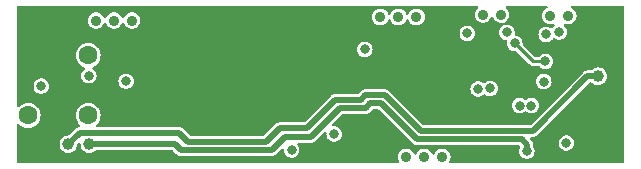
<source format=gbr>
%TF.GenerationSoftware,KiCad,Pcbnew,7.0.7*%
%TF.CreationDate,2024-08-01T01:42:33+03:00*%
%TF.ProjectId,_autosave-Main_PCB_002,5f617574-6f73-4617-9665-2d4d61696e5f,rev?*%
%TF.SameCoordinates,Original*%
%TF.FileFunction,Copper,L2,Inr*%
%TF.FilePolarity,Positive*%
%FSLAX46Y46*%
G04 Gerber Fmt 4.6, Leading zero omitted, Abs format (unit mm)*
G04 Created by KiCad (PCBNEW 7.0.7) date 2024-08-01 01:42:33*
%MOMM*%
%LPD*%
G01*
G04 APERTURE LIST*
%TA.AperFunction,ComponentPad*%
%ADD10C,0.900000*%
%TD*%
%TA.AperFunction,ComponentPad*%
%ADD11C,1.600000*%
%TD*%
%TA.AperFunction,ComponentPad*%
%ADD12C,2.200000*%
%TD*%
%TA.AperFunction,ComponentPad*%
%ADD13C,1.000000*%
%TD*%
%TA.AperFunction,ComponentPad*%
%ADD14C,0.499999*%
%TD*%
%TA.AperFunction,ViaPad*%
%ADD15C,0.800000*%
%TD*%
%TA.AperFunction,Conductor*%
%ADD16C,0.500000*%
%TD*%
%TA.AperFunction,Conductor*%
%ADD17C,0.250000*%
%TD*%
G04 APERTURE END LIST*
D10*
%TO.N,Net-(D11-Conn)*%
%TO.C,D27*%
X87325200Y-63855600D03*
%TD*%
D11*
%TO.N,Net-(D3-Conn)*%
%TO.C,D3*%
X60401200Y-60350400D03*
%TD*%
%TO.N,GND2*%
%TO.C,D19*%
X55321200Y-55270400D03*
%TD*%
D12*
%TO.N,GND2*%
%TO.C,D29*%
X55626000Y-63246000D03*
%TD*%
D10*
%TO.N,Net-(D12-Conn)*%
%TO.C,D12*%
X62585600Y-52324000D03*
%TD*%
D11*
%TO.N,Net-(D2-Conn)*%
%TO.C,D2*%
X60401200Y-55270400D03*
%TD*%
D12*
%TO.N,GND2*%
%TO.C,D30*%
X104394000Y-52578000D03*
%TD*%
D10*
%TO.N,GND2*%
%TO.C,D20*%
X89712800Y-52019200D03*
%TD*%
D13*
%TO.N,GND2*%
%TO.C,D18*%
X103581200Y-58674000D03*
%TD*%
D10*
%TO.N,Net-(D13-Conn)*%
%TO.C,D22*%
X88188800Y-52019200D03*
%TD*%
D11*
%TO.N,Net-(D1-Conn)*%
%TO.C,D1*%
X55321200Y-60350400D03*
%TD*%
D10*
%TO.N,Net-(D12-Conn)*%
%TO.C,D25*%
X88849200Y-63855600D03*
%TD*%
%TO.N,GND2*%
%TO.C,D21*%
X91897200Y-63855600D03*
%TD*%
%TO.N,GND2*%
%TO.C,D10*%
X97993200Y-51917600D03*
%TD*%
%TO.N,Net-(D7-Conn)*%
%TO.C,D7*%
X95351600Y-51816000D03*
%TD*%
%TO.N,Net-(D12-Conn)*%
%TO.C,D24*%
X86664800Y-52019200D03*
%TD*%
D13*
%TO.N,Net-(D16-Conn)*%
%TO.C,D17*%
X103581200Y-57048400D03*
%TD*%
D14*
%TO.N,GND2*%
%TO.C,U4*%
X81012599Y-57067600D03*
X82012600Y-55867600D03*
X82012600Y-57067600D03*
X82012600Y-58267600D03*
X83012601Y-57067600D03*
%TD*%
D10*
%TO.N,Net-(D13-Conn)*%
%TO.C,D23*%
X90373200Y-63855600D03*
%TD*%
%TO.N,Net-(D13-Conn)*%
%TO.C,D13*%
X61061600Y-52324000D03*
%TD*%
D13*
%TO.N,Net-(D16-Conn)*%
%TO.C,D16*%
X58724800Y-62788800D03*
%TD*%
D10*
%TO.N,Net-(D11-Conn)*%
%TO.C,D11*%
X64109600Y-52324000D03*
%TD*%
%TO.N,Net-(D8-Conn)*%
%TO.C,D8*%
X101041200Y-51917600D03*
%TD*%
D12*
%TO.N,GND2*%
%TO.C,D28*%
X55626000Y-52324000D03*
%TD*%
D14*
%TO.N,GND2*%
%TO.C,U3*%
X83539899Y-61385600D03*
X84539900Y-60185600D03*
X84539900Y-61385600D03*
X84539900Y-62585600D03*
X85539901Y-61385600D03*
%TD*%
D10*
%TO.N,Net-(D9-Conn)*%
%TO.C,D9*%
X99517200Y-51917600D03*
%TD*%
%TO.N,GND2*%
%TO.C,D14*%
X59563000Y-52349400D03*
%TD*%
%TO.N,Net-(D6-Conn)*%
%TO.C,D6*%
X93827600Y-51816000D03*
%TD*%
D12*
%TO.N,GND2*%
%TO.C,D31*%
X104394000Y-63246000D03*
%TD*%
D13*
%TO.N,Net-(D15-Conn)*%
%TO.C,D15*%
X60502800Y-62788800D03*
%TD*%
D10*
%TO.N,Net-(D11-Conn)*%
%TO.C,D26*%
X85140800Y-52019200D03*
%TD*%
D15*
%TO.N,Net-(U2-PA5)*%
X98971353Y-57486101D03*
X56426100Y-57873900D03*
%TO.N,GND2*%
X99629577Y-61401247D03*
X94192352Y-56031975D03*
X99656259Y-56637226D03*
X73609200Y-55930800D03*
X94661803Y-59513546D03*
X73609200Y-59080400D03*
X95910400Y-63385100D03*
X102362000Y-54203600D03*
X73609200Y-60096400D03*
X79095600Y-55626000D03*
X73660000Y-54762400D03*
X86614000Y-57150000D03*
X77384701Y-53457901D03*
X73609200Y-58013600D03*
X67056000Y-59436000D03*
X104241600Y-55422800D03*
X73609200Y-61163200D03*
X65278000Y-55118000D03*
X88290400Y-57759600D03*
X75666600Y-52247800D03*
%TO.N,Net-(D7-Conn)*%
X97924745Y-59514700D03*
%TO.N,Net-(D11-Conn)*%
X77622400Y-63296800D03*
%TO.N,Net-(D13-Conn)*%
X100888800Y-62687200D03*
%TO.N,Net-(D15-Conn)*%
X97536000Y-63385100D03*
%TO.N,Net-(D6-Conn)*%
X96925243Y-59514700D03*
%TO.N,Net-(U2-PB5)*%
X60452000Y-56997600D03*
X95855301Y-53315500D03*
%TO.N,Net-(U2-PB4)*%
X96520000Y-54254400D03*
X63601600Y-57454343D03*
X99110800Y-55778400D03*
%TO.N,Net-(U2-PA1)*%
X92494408Y-53397971D03*
X93421200Y-58115200D03*
%TO.N,Net-(U2-PA0)*%
X94437200Y-58064400D03*
X83820000Y-54762400D03*
%TO.N,Net-(D12-Conn)*%
X100279200Y-53289200D03*
%TO.N,Net-(U2-PB3)*%
X99161600Y-53492400D03*
X81229200Y-61925200D03*
X81229200Y-61925200D03*
%TD*%
D16*
%TO.N,Net-(D16-Conn)*%
X68087200Y-61838800D02*
X68834000Y-62585600D01*
X78943200Y-61417200D02*
X81330800Y-59029600D01*
X68834000Y-62585600D02*
X75488800Y-62585600D01*
X98044000Y-61671200D02*
X102666800Y-57048400D01*
X75488800Y-62585600D02*
X76657200Y-61417200D01*
X76657200Y-61417200D02*
X78943200Y-61417200D01*
X83859600Y-58634400D02*
X85507599Y-58634400D01*
X58724800Y-62788800D02*
X59674800Y-61838800D01*
X59674800Y-61838800D02*
X68087200Y-61838800D01*
X102666800Y-57048400D02*
X103581200Y-57048400D01*
X83464400Y-59029600D02*
X83859600Y-58634400D01*
X85507599Y-58634400D02*
X88544400Y-61671200D01*
X88544400Y-61671200D02*
X98044000Y-61671200D01*
X81330800Y-59029600D02*
X83464400Y-59029600D01*
%TO.N,Net-(D15-Conn)*%
X60502800Y-62788800D02*
X67767200Y-62788800D01*
X97536000Y-62890400D02*
X97536000Y-63385100D01*
X97586800Y-62839600D02*
X97536000Y-62890400D01*
X67767200Y-62788800D02*
X68264000Y-63285600D01*
X79248000Y-62179200D02*
X81697600Y-59729600D01*
X81697600Y-59729600D02*
X83882000Y-59729600D01*
X75946000Y-63285600D02*
X77052400Y-62179200D01*
X85217650Y-59334400D02*
X88265650Y-62382400D01*
X83882000Y-59729600D02*
X84277200Y-59334400D01*
X77052400Y-62179200D02*
X79248000Y-62179200D01*
X84277200Y-59334400D02*
X85217650Y-59334400D01*
X68264000Y-63285600D02*
X75946000Y-63285600D01*
X88265650Y-62382400D02*
X97129600Y-62382400D01*
X97129600Y-62382400D02*
X97586800Y-62839600D01*
D17*
%TO.N,Net-(U2-PB4)*%
X99110800Y-55778400D02*
X98044000Y-55778400D01*
X98044000Y-55778400D02*
X96520000Y-54254400D01*
%TD*%
%TA.AperFunction,Conductor*%
%TO.N,GND2*%
G36*
X93379899Y-51066185D02*
G01*
X93425654Y-51118989D01*
X93435598Y-51188147D01*
X93406573Y-51251703D01*
X93395094Y-51263308D01*
X93312065Y-51336866D01*
X93299416Y-51348072D01*
X93202782Y-51488068D01*
X93142460Y-51647125D01*
X93142459Y-51647130D01*
X93121955Y-51815999D01*
X93142459Y-51984869D01*
X93142460Y-51984874D01*
X93202782Y-52143931D01*
X93234253Y-52189524D01*
X93299417Y-52283929D01*
X93370758Y-52347131D01*
X93426750Y-52396736D01*
X93577373Y-52475789D01*
X93577375Y-52475790D01*
X93742544Y-52516500D01*
X93912656Y-52516500D01*
X94077825Y-52475790D01*
X94157292Y-52434081D01*
X94228449Y-52396736D01*
X94228450Y-52396734D01*
X94228452Y-52396734D01*
X94355783Y-52283929D01*
X94452418Y-52143930D01*
X94473658Y-52087923D01*
X94515835Y-52032221D01*
X94581433Y-52008163D01*
X94649623Y-52023390D01*
X94698757Y-52073065D01*
X94705542Y-52087924D01*
X94726781Y-52143928D01*
X94726782Y-52143931D01*
X94758253Y-52189524D01*
X94823417Y-52283929D01*
X94894758Y-52347131D01*
X94950750Y-52396736D01*
X95101373Y-52475789D01*
X95101375Y-52475790D01*
X95266544Y-52516500D01*
X95436655Y-52516500D01*
X95436656Y-52516500D01*
X95465607Y-52509364D01*
X95535409Y-52512433D01*
X95592471Y-52552753D01*
X95618676Y-52617522D01*
X95605705Y-52686177D01*
X95557675Y-52736920D01*
X95552909Y-52739557D01*
X95483062Y-52776216D01*
X95465328Y-52791927D01*
X95389970Y-52858688D01*
X95364817Y-52880971D01*
X95275082Y-53010975D01*
X95275081Y-53010976D01*
X95219063Y-53158681D01*
X95200023Y-53315499D01*
X95200023Y-53315500D01*
X95219063Y-53472318D01*
X95268966Y-53603900D01*
X95275081Y-53620023D01*
X95364818Y-53750030D01*
X95483061Y-53854783D01*
X95483063Y-53854784D01*
X95622935Y-53928196D01*
X95783598Y-53967795D01*
X95783198Y-53969415D01*
X95839027Y-53993443D01*
X95878084Y-54051376D01*
X95883000Y-54103864D01*
X95864722Y-54254399D01*
X95864722Y-54254400D01*
X95883762Y-54411218D01*
X95939779Y-54558923D01*
X95939780Y-54558923D01*
X96029517Y-54688930D01*
X96147760Y-54793683D01*
X96147762Y-54793684D01*
X96287634Y-54867096D01*
X96441014Y-54904900D01*
X96588101Y-54904900D01*
X96655140Y-54924585D01*
X96675782Y-54941219D01*
X97741849Y-56007286D01*
X97757977Y-56027145D01*
X97763916Y-56036236D01*
X97791932Y-56058041D01*
X97797693Y-56063130D01*
X97800482Y-56065919D01*
X97819483Y-56079485D01*
X97862810Y-56113209D01*
X97862811Y-56113209D01*
X97869722Y-56116949D01*
X97876800Y-56120410D01*
X97929405Y-56136070D01*
X97929405Y-56136071D01*
X97981340Y-56153900D01*
X97981342Y-56153900D01*
X97989079Y-56155191D01*
X97996909Y-56156167D01*
X97996911Y-56156168D01*
X97996912Y-56156167D01*
X97996913Y-56156168D01*
X98051755Y-56153900D01*
X98514492Y-56153900D01*
X98581531Y-56173585D01*
X98616542Y-56207461D01*
X98618963Y-56210969D01*
X98620315Y-56212928D01*
X98620317Y-56212930D01*
X98738560Y-56317683D01*
X98738562Y-56317684D01*
X98878434Y-56391096D01*
X99031814Y-56428900D01*
X99031815Y-56428900D01*
X99189785Y-56428900D01*
X99343165Y-56391096D01*
X99426991Y-56347100D01*
X99483040Y-56317683D01*
X99601283Y-56212930D01*
X99691020Y-56082923D01*
X99747037Y-55935218D01*
X99766078Y-55778400D01*
X99747037Y-55621582D01*
X99691020Y-55473877D01*
X99601283Y-55343870D01*
X99483040Y-55239117D01*
X99483038Y-55239116D01*
X99483037Y-55239115D01*
X99343165Y-55165703D01*
X99189786Y-55127900D01*
X99189785Y-55127900D01*
X99031815Y-55127900D01*
X99031814Y-55127900D01*
X98878434Y-55165703D01*
X98738562Y-55239115D01*
X98620316Y-55343870D01*
X98617889Y-55347387D01*
X98616542Y-55349338D01*
X98562263Y-55393329D01*
X98514492Y-55402900D01*
X98250900Y-55402900D01*
X98183861Y-55383215D01*
X98163219Y-55366581D01*
X97204518Y-54407880D01*
X97171033Y-54346557D01*
X97169103Y-54305252D01*
X97175278Y-54254400D01*
X97156237Y-54097582D01*
X97100220Y-53949877D01*
X97010483Y-53819870D01*
X96892240Y-53715117D01*
X96892238Y-53715116D01*
X96892237Y-53715115D01*
X96752365Y-53641703D01*
X96591703Y-53602105D01*
X96592101Y-53600487D01*
X96536259Y-53576445D01*
X96497210Y-53518506D01*
X96492300Y-53466038D01*
X96510579Y-53315500D01*
X96491538Y-53158682D01*
X96481563Y-53132381D01*
X96460091Y-53075764D01*
X96435521Y-53010977D01*
X96345784Y-52880970D01*
X96227541Y-52776217D01*
X96227539Y-52776216D01*
X96227538Y-52776215D01*
X96087666Y-52702803D01*
X95934287Y-52665000D01*
X95934286Y-52665000D01*
X95776316Y-52665000D01*
X95771610Y-52666160D01*
X95759149Y-52669231D01*
X95689347Y-52666160D01*
X95632286Y-52625839D01*
X95606082Y-52561069D01*
X95619055Y-52492414D01*
X95667087Y-52441672D01*
X95671811Y-52439057D01*
X95752452Y-52396734D01*
X95879783Y-52283929D01*
X95976418Y-52143930D01*
X96036740Y-51984872D01*
X96057245Y-51816000D01*
X96036740Y-51647128D01*
X95976418Y-51488070D01*
X95879783Y-51348071D01*
X95784111Y-51263313D01*
X95746986Y-51204126D01*
X95747754Y-51134261D01*
X95786171Y-51075901D01*
X95850042Y-51047576D01*
X95866340Y-51046500D01*
X99166505Y-51046500D01*
X99233544Y-51066185D01*
X99279299Y-51118989D01*
X99289243Y-51188147D01*
X99260218Y-51251703D01*
X99224131Y-51280296D01*
X99116350Y-51336863D01*
X98989016Y-51449672D01*
X98892382Y-51589668D01*
X98832060Y-51748725D01*
X98832059Y-51748730D01*
X98811555Y-51917600D01*
X98832059Y-52086469D01*
X98832060Y-52086474D01*
X98892382Y-52245531D01*
X98918887Y-52283929D01*
X98989017Y-52385529D01*
X99090900Y-52475789D01*
X99116350Y-52498336D01*
X99234988Y-52560602D01*
X99266975Y-52577390D01*
X99432144Y-52618100D01*
X99602256Y-52618100D01*
X99742083Y-52583636D01*
X99811884Y-52586705D01*
X99868946Y-52627025D01*
X99895152Y-52691794D01*
X99882180Y-52760449D01*
X99853984Y-52796848D01*
X99788719Y-52854666D01*
X99729343Y-52940688D01*
X99675059Y-52984678D01*
X99605611Y-52992337D01*
X99545066Y-52963062D01*
X99533840Y-52953117D01*
X99533838Y-52953115D01*
X99393965Y-52879703D01*
X99240586Y-52841900D01*
X99240585Y-52841900D01*
X99082615Y-52841900D01*
X99082614Y-52841900D01*
X98929234Y-52879703D01*
X98789362Y-52953115D01*
X98671116Y-53057871D01*
X98581381Y-53187875D01*
X98581380Y-53187876D01*
X98525362Y-53335581D01*
X98506322Y-53492399D01*
X98506322Y-53492400D01*
X98525362Y-53649218D01*
X98563595Y-53750028D01*
X98581380Y-53796923D01*
X98671117Y-53926930D01*
X98789360Y-54031683D01*
X98789362Y-54031684D01*
X98929234Y-54105096D01*
X99082614Y-54142900D01*
X99082615Y-54142900D01*
X99240585Y-54142900D01*
X99393965Y-54105096D01*
X99396312Y-54103864D01*
X99533840Y-54031683D01*
X99652083Y-53926930D01*
X99711456Y-53840912D01*
X99765738Y-53796922D01*
X99835187Y-53789262D01*
X99895732Y-53818536D01*
X99906960Y-53828483D01*
X99906962Y-53828484D01*
X100046834Y-53901896D01*
X100200214Y-53939700D01*
X100200215Y-53939700D01*
X100358185Y-53939700D01*
X100511565Y-53901896D01*
X100601328Y-53854784D01*
X100651440Y-53828483D01*
X100769683Y-53723730D01*
X100859420Y-53593723D01*
X100915437Y-53446018D01*
X100934478Y-53289200D01*
X100915437Y-53132382D01*
X100859420Y-52984677D01*
X100786962Y-52879703D01*
X100769682Y-52854668D01*
X100704416Y-52796849D01*
X100667289Y-52737660D01*
X100668056Y-52667794D01*
X100706473Y-52609434D01*
X100770343Y-52581109D01*
X100816316Y-52583635D01*
X100956144Y-52618100D01*
X101126256Y-52618100D01*
X101291425Y-52577390D01*
X101408082Y-52516163D01*
X101442049Y-52498336D01*
X101442050Y-52498334D01*
X101442052Y-52498334D01*
X101569383Y-52385529D01*
X101666018Y-52245530D01*
X101726340Y-52086472D01*
X101746845Y-51917600D01*
X101726340Y-51748728D01*
X101724267Y-51743263D01*
X101687809Y-51647128D01*
X101666018Y-51589670D01*
X101569383Y-51449671D01*
X101442052Y-51336866D01*
X101442049Y-51336863D01*
X101334269Y-51280296D01*
X101284056Y-51231711D01*
X101268082Y-51163692D01*
X101291417Y-51097835D01*
X101346654Y-51055048D01*
X101391895Y-51046500D01*
X105649100Y-51046500D01*
X105716139Y-51066185D01*
X105761894Y-51118989D01*
X105773100Y-51170500D01*
X105773100Y-64297900D01*
X105753415Y-64364939D01*
X105700611Y-64410694D01*
X105649100Y-64421900D01*
X91069745Y-64421900D01*
X91002706Y-64402215D01*
X90956951Y-64349411D01*
X90947007Y-64280253D01*
X90967693Y-64227461D01*
X90998018Y-64183530D01*
X91058340Y-64024472D01*
X91078845Y-63855600D01*
X91058340Y-63686728D01*
X91054103Y-63675557D01*
X91025951Y-63601324D01*
X90998018Y-63527670D01*
X90901383Y-63387671D01*
X90802305Y-63299896D01*
X90774049Y-63274863D01*
X90623426Y-63195810D01*
X90458256Y-63155100D01*
X90288144Y-63155100D01*
X90122973Y-63195810D01*
X89972350Y-63274863D01*
X89845016Y-63387672D01*
X89748382Y-63527668D01*
X89748382Y-63527669D01*
X89727142Y-63583676D01*
X89684964Y-63639379D01*
X89619367Y-63663436D01*
X89551176Y-63648209D01*
X89502043Y-63598533D01*
X89495258Y-63583676D01*
X89474018Y-63527670D01*
X89377383Y-63387671D01*
X89278305Y-63299896D01*
X89250049Y-63274863D01*
X89099426Y-63195810D01*
X88934256Y-63155100D01*
X88764144Y-63155100D01*
X88598973Y-63195810D01*
X88448350Y-63274863D01*
X88321016Y-63387672D01*
X88224382Y-63527668D01*
X88224382Y-63527669D01*
X88203142Y-63583676D01*
X88160964Y-63639379D01*
X88095367Y-63663436D01*
X88027176Y-63648209D01*
X87978043Y-63598533D01*
X87971258Y-63583676D01*
X87950018Y-63527670D01*
X87853383Y-63387671D01*
X87754305Y-63299896D01*
X87726049Y-63274863D01*
X87575426Y-63195810D01*
X87410256Y-63155100D01*
X87240144Y-63155100D01*
X87074973Y-63195810D01*
X86924350Y-63274863D01*
X86797016Y-63387672D01*
X86700382Y-63527668D01*
X86640060Y-63686725D01*
X86640059Y-63686730D01*
X86619555Y-63855600D01*
X86640059Y-64024469D01*
X86640060Y-64024474D01*
X86679142Y-64127524D01*
X86700382Y-64183530D01*
X86730705Y-64227461D01*
X86752588Y-64293814D01*
X86735123Y-64361466D01*
X86683855Y-64408936D01*
X86628655Y-64421900D01*
X54472500Y-64421900D01*
X54405461Y-64402215D01*
X54359706Y-64349411D01*
X54348500Y-64297900D01*
X54348500Y-62788802D01*
X57969551Y-62788802D01*
X57988485Y-62956856D01*
X58044345Y-63116494D01*
X58044347Y-63116497D01*
X58134318Y-63259684D01*
X58134323Y-63259690D01*
X58253909Y-63379276D01*
X58253915Y-63379281D01*
X58397102Y-63469252D01*
X58397105Y-63469254D01*
X58397109Y-63469255D01*
X58397110Y-63469256D01*
X58469713Y-63494660D01*
X58556743Y-63525114D01*
X58724797Y-63544049D01*
X58724800Y-63544049D01*
X58724803Y-63544049D01*
X58892856Y-63525114D01*
X58892859Y-63525113D01*
X59052490Y-63469256D01*
X59052492Y-63469254D01*
X59052494Y-63469254D01*
X59052497Y-63469252D01*
X59195684Y-63379281D01*
X59195685Y-63379280D01*
X59195690Y-63379277D01*
X59315277Y-63259690D01*
X59336142Y-63226484D01*
X59405252Y-63116497D01*
X59405254Y-63116494D01*
X59405254Y-63116492D01*
X59405256Y-63116490D01*
X59461113Y-62956859D01*
X59461113Y-62956857D01*
X59461114Y-62956855D01*
X59480829Y-62781880D01*
X59483156Y-62782142D01*
X59499734Y-62725687D01*
X59516366Y-62705047D01*
X59523596Y-62697817D01*
X59536963Y-62684449D01*
X59598283Y-62650964D01*
X59667975Y-62655947D01*
X59723909Y-62697817D01*
X59748328Y-62763281D01*
X59747865Y-62786006D01*
X59747551Y-62788794D01*
X59747551Y-62788802D01*
X59766485Y-62956856D01*
X59822345Y-63116494D01*
X59822347Y-63116497D01*
X59912318Y-63259684D01*
X59912323Y-63259690D01*
X60031909Y-63379276D01*
X60031915Y-63379281D01*
X60175102Y-63469252D01*
X60175105Y-63469254D01*
X60175109Y-63469255D01*
X60175110Y-63469256D01*
X60247713Y-63494660D01*
X60334743Y-63525114D01*
X60502797Y-63544049D01*
X60502800Y-63544049D01*
X60502803Y-63544049D01*
X60670856Y-63525114D01*
X60670859Y-63525113D01*
X60830490Y-63469256D01*
X60830492Y-63469254D01*
X60830494Y-63469254D01*
X60830497Y-63469252D01*
X60973684Y-63379281D01*
X60973685Y-63379280D01*
X60973690Y-63379277D01*
X61027347Y-63325618D01*
X61088671Y-63292134D01*
X61115029Y-63289300D01*
X67508524Y-63289300D01*
X67575563Y-63308985D01*
X67596205Y-63325619D01*
X67862614Y-63592027D01*
X67879250Y-63612671D01*
X67881857Y-63616728D01*
X67921063Y-63650700D01*
X67924304Y-63653717D01*
X67935407Y-63664820D01*
X67935410Y-63664822D01*
X67935412Y-63664824D01*
X67947970Y-63674225D01*
X67951418Y-63677003D01*
X67990623Y-63710974D01*
X67990624Y-63710975D01*
X67990625Y-63710975D01*
X67990627Y-63710977D01*
X67995010Y-63712979D01*
X68017807Y-63726505D01*
X68021669Y-63729396D01*
X68070295Y-63747532D01*
X68074351Y-63749212D01*
X68096457Y-63759308D01*
X68121540Y-63770764D01*
X68121541Y-63770764D01*
X68121543Y-63770765D01*
X68126312Y-63771450D01*
X68152002Y-63778007D01*
X68156517Y-63779691D01*
X68208258Y-63783391D01*
X68212657Y-63783864D01*
X68228201Y-63786100D01*
X68243906Y-63786100D01*
X68248328Y-63786257D01*
X68300073Y-63789959D01*
X68304784Y-63788934D01*
X68331143Y-63786100D01*
X75878857Y-63786100D01*
X75905215Y-63788934D01*
X75909927Y-63789959D01*
X75961671Y-63786257D01*
X75966094Y-63786100D01*
X75981799Y-63786100D01*
X75997342Y-63783864D01*
X76001740Y-63783391D01*
X76053483Y-63779691D01*
X76057992Y-63778008D01*
X76083685Y-63771450D01*
X76088457Y-63770765D01*
X76135646Y-63749213D01*
X76139736Y-63747520D01*
X76168638Y-63736740D01*
X76188329Y-63729397D01*
X76188329Y-63729396D01*
X76188331Y-63729396D01*
X76192189Y-63726507D01*
X76214995Y-63712975D01*
X76219373Y-63710977D01*
X76258564Y-63677016D01*
X76262014Y-63674237D01*
X76264930Y-63672053D01*
X76274593Y-63664821D01*
X76285720Y-63653692D01*
X76288925Y-63650709D01*
X76328143Y-63616728D01*
X76330751Y-63612668D01*
X76347381Y-63592031D01*
X76757882Y-63181531D01*
X76819202Y-63148048D01*
X76888894Y-63153032D01*
X76944827Y-63194904D01*
X76969244Y-63260368D01*
X76968656Y-63284156D01*
X76967122Y-63296793D01*
X76967122Y-63296800D01*
X76986162Y-63453618D01*
X77035487Y-63583676D01*
X77042180Y-63601323D01*
X77131917Y-63731330D01*
X77250160Y-63836083D01*
X77250162Y-63836084D01*
X77390034Y-63909496D01*
X77543414Y-63947300D01*
X77543415Y-63947300D01*
X77701385Y-63947300D01*
X77854765Y-63909496D01*
X77854765Y-63909495D01*
X77994640Y-63836083D01*
X78112883Y-63731330D01*
X78202620Y-63601323D01*
X78258637Y-63453618D01*
X78277678Y-63296800D01*
X78277112Y-63292134D01*
X78258637Y-63139981D01*
X78207015Y-63003866D01*
X78202620Y-62992277D01*
X78121075Y-62874139D01*
X78099193Y-62807786D01*
X78116658Y-62740134D01*
X78167926Y-62692664D01*
X78223126Y-62679700D01*
X79180857Y-62679700D01*
X79207215Y-62682534D01*
X79211927Y-62683559D01*
X79263671Y-62679857D01*
X79268094Y-62679700D01*
X79283799Y-62679700D01*
X79299342Y-62677464D01*
X79303740Y-62676991D01*
X79355483Y-62673291D01*
X79359992Y-62671608D01*
X79385685Y-62665050D01*
X79390457Y-62664365D01*
X79437646Y-62642813D01*
X79441728Y-62641122D01*
X79470638Y-62630340D01*
X79490329Y-62622997D01*
X79490329Y-62622996D01*
X79490331Y-62622996D01*
X79494189Y-62620107D01*
X79516995Y-62606575D01*
X79521373Y-62604577D01*
X79560564Y-62570616D01*
X79564014Y-62567837D01*
X79566930Y-62565653D01*
X79576593Y-62558421D01*
X79587720Y-62547292D01*
X79590925Y-62544309D01*
X79630143Y-62510328D01*
X79632751Y-62506268D01*
X79649381Y-62485631D01*
X80370154Y-61764858D01*
X80431475Y-61731375D01*
X80501167Y-61736359D01*
X80557100Y-61778231D01*
X80581517Y-61843695D01*
X80580929Y-61867486D01*
X80573922Y-61925198D01*
X80573922Y-61925200D01*
X80592962Y-62082018D01*
X80648980Y-62229722D01*
X80648980Y-62229723D01*
X80738717Y-62359730D01*
X80856960Y-62464483D01*
X80856962Y-62464484D01*
X80996834Y-62537896D01*
X81150214Y-62575700D01*
X81150215Y-62575700D01*
X81308185Y-62575700D01*
X81461565Y-62537896D01*
X81464082Y-62536575D01*
X81601440Y-62464483D01*
X81719683Y-62359730D01*
X81809420Y-62229723D01*
X81865437Y-62082018D01*
X81884478Y-61925200D01*
X81865437Y-61768382D01*
X81864101Y-61764860D01*
X81844192Y-61712363D01*
X81809420Y-61620677D01*
X81719683Y-61490670D01*
X81601440Y-61385917D01*
X81601438Y-61385916D01*
X81601437Y-61385915D01*
X81461565Y-61312503D01*
X81308186Y-61274700D01*
X81308185Y-61274700D01*
X81159676Y-61274700D01*
X81092637Y-61255015D01*
X81046882Y-61202211D01*
X81036938Y-61133053D01*
X81065963Y-61069497D01*
X81071995Y-61063019D01*
X81868595Y-60266419D01*
X81929918Y-60232934D01*
X81956276Y-60230100D01*
X83814857Y-60230100D01*
X83841215Y-60232934D01*
X83845927Y-60233959D01*
X83897671Y-60230257D01*
X83902094Y-60230100D01*
X83917799Y-60230100D01*
X83933342Y-60227864D01*
X83937740Y-60227391D01*
X83989483Y-60223691D01*
X83993992Y-60222008D01*
X84019685Y-60215450D01*
X84024457Y-60214765D01*
X84071646Y-60193213D01*
X84075728Y-60191522D01*
X84104638Y-60180740D01*
X84124329Y-60173397D01*
X84124329Y-60173396D01*
X84124331Y-60173396D01*
X84128189Y-60170507D01*
X84150995Y-60156975D01*
X84155373Y-60154977D01*
X84194564Y-60121016D01*
X84198014Y-60118237D01*
X84200930Y-60116053D01*
X84210593Y-60108821D01*
X84221720Y-60097692D01*
X84224925Y-60094709D01*
X84264143Y-60060728D01*
X84266751Y-60056670D01*
X84283381Y-60036031D01*
X84448196Y-59871217D01*
X84509518Y-59837734D01*
X84535876Y-59834900D01*
X84958974Y-59834900D01*
X85026013Y-59854585D01*
X85046655Y-59871219D01*
X87864264Y-62688828D01*
X87880896Y-62709466D01*
X87883504Y-62713525D01*
X87883507Y-62713528D01*
X87922717Y-62747503D01*
X87925933Y-62750497D01*
X87937057Y-62761621D01*
X87937062Y-62761624D01*
X87937067Y-62761629D01*
X87949629Y-62771033D01*
X87953077Y-62773811D01*
X87983597Y-62800256D01*
X87992277Y-62807777D01*
X87996660Y-62809779D01*
X88019457Y-62823305D01*
X88023319Y-62826196D01*
X88071945Y-62844332D01*
X88076001Y-62846012D01*
X88098107Y-62856108D01*
X88123190Y-62867564D01*
X88123191Y-62867564D01*
X88123193Y-62867565D01*
X88127962Y-62868250D01*
X88153652Y-62874807D01*
X88158167Y-62876491D01*
X88209908Y-62880191D01*
X88214307Y-62880664D01*
X88229851Y-62882900D01*
X88245556Y-62882900D01*
X88249978Y-62883057D01*
X88301723Y-62886759D01*
X88306434Y-62885734D01*
X88332793Y-62882900D01*
X96855965Y-62882900D01*
X96923004Y-62902585D01*
X96968759Y-62955389D01*
X96978703Y-63024547D01*
X96958015Y-63077337D01*
X96956466Y-63079582D01*
X96955779Y-63080578D01*
X96899762Y-63228281D01*
X96880722Y-63385099D01*
X96880722Y-63385100D01*
X96899762Y-63541918D01*
X96946370Y-63664811D01*
X96955780Y-63689623D01*
X97045517Y-63819630D01*
X97163760Y-63924383D01*
X97163762Y-63924384D01*
X97303634Y-63997796D01*
X97457014Y-64035600D01*
X97457015Y-64035600D01*
X97614985Y-64035600D01*
X97768365Y-63997796D01*
X97768364Y-63997795D01*
X97908240Y-63924383D01*
X98026483Y-63819630D01*
X98116220Y-63689623D01*
X98172237Y-63541918D01*
X98191278Y-63385100D01*
X98190572Y-63379281D01*
X98172237Y-63228281D01*
X98131826Y-63121728D01*
X98116220Y-63080577D01*
X98097684Y-63053723D01*
X98075801Y-62987369D01*
X98080902Y-62956168D01*
X98079005Y-62955756D01*
X98080890Y-62947087D01*
X98080890Y-62947085D01*
X98080891Y-62947083D01*
X98082838Y-62919851D01*
X98085356Y-62902342D01*
X98089551Y-62883058D01*
X98091158Y-62875673D01*
X98089210Y-62848440D01*
X98089210Y-62830770D01*
X98091159Y-62803527D01*
X98085354Y-62776845D01*
X98082837Y-62759331D01*
X98082094Y-62748946D01*
X98080891Y-62732117D01*
X98071349Y-62706536D01*
X98066371Y-62689580D01*
X98065853Y-62687200D01*
X100233522Y-62687200D01*
X100252562Y-62844018D01*
X100295358Y-62956859D01*
X100308580Y-62991723D01*
X100398317Y-63121730D01*
X100516560Y-63226483D01*
X100516562Y-63226484D01*
X100656434Y-63299896D01*
X100809814Y-63337700D01*
X100809815Y-63337700D01*
X100967785Y-63337700D01*
X101121165Y-63299896D01*
X101141354Y-63289300D01*
X101261040Y-63226483D01*
X101379283Y-63121730D01*
X101469020Y-62991723D01*
X101525037Y-62844018D01*
X101544078Y-62687200D01*
X101543512Y-62682534D01*
X101525037Y-62530381D01*
X101488791Y-62434809D01*
X101469020Y-62382677D01*
X101379283Y-62252670D01*
X101261040Y-62147917D01*
X101261038Y-62147916D01*
X101261037Y-62147915D01*
X101121165Y-62074503D01*
X100967786Y-62036700D01*
X100967785Y-62036700D01*
X100809815Y-62036700D01*
X100809814Y-62036700D01*
X100656434Y-62074503D01*
X100516562Y-62147915D01*
X100398316Y-62252671D01*
X100308581Y-62382675D01*
X100308580Y-62382676D01*
X100252562Y-62530381D01*
X100233522Y-62687199D01*
X100233522Y-62687200D01*
X98065853Y-62687200D01*
X98060566Y-62662894D01*
X98060564Y-62662891D01*
X98060564Y-62662889D01*
X98047481Y-62638929D01*
X98040131Y-62622835D01*
X98030597Y-62597273D01*
X98030594Y-62597268D01*
X98014238Y-62575419D01*
X98004675Y-62560539D01*
X97991591Y-62536577D01*
X97889823Y-62434809D01*
X97838394Y-62383380D01*
X97804910Y-62322058D01*
X97809894Y-62252366D01*
X97851766Y-62196433D01*
X97917230Y-62172016D01*
X97926076Y-62171700D01*
X97976857Y-62171700D01*
X98003215Y-62174534D01*
X98007927Y-62175559D01*
X98059671Y-62171857D01*
X98064094Y-62171700D01*
X98079799Y-62171700D01*
X98095342Y-62169464D01*
X98099740Y-62168991D01*
X98151483Y-62165291D01*
X98155992Y-62163608D01*
X98181685Y-62157050D01*
X98186457Y-62156365D01*
X98233646Y-62134813D01*
X98237728Y-62133122D01*
X98266638Y-62122340D01*
X98286329Y-62114997D01*
X98286329Y-62114996D01*
X98286331Y-62114996D01*
X98290189Y-62112107D01*
X98312995Y-62098575D01*
X98317373Y-62096577D01*
X98356564Y-62062616D01*
X98360014Y-62059837D01*
X98362930Y-62057653D01*
X98372593Y-62050421D01*
X98383720Y-62039292D01*
X98386925Y-62036309D01*
X98426143Y-62002328D01*
X98428751Y-61998268D01*
X98445381Y-61977631D01*
X102837794Y-57585219D01*
X102899118Y-57551734D01*
X102925476Y-57548900D01*
X102968971Y-57548900D01*
X103036010Y-57568585D01*
X103056652Y-57585219D01*
X103110309Y-57638876D01*
X103110315Y-57638881D01*
X103253502Y-57728852D01*
X103253505Y-57728854D01*
X103253509Y-57728855D01*
X103253510Y-57728856D01*
X103326113Y-57754260D01*
X103413143Y-57784714D01*
X103581197Y-57803649D01*
X103581200Y-57803649D01*
X103581203Y-57803649D01*
X103749256Y-57784714D01*
X103749259Y-57784713D01*
X103908890Y-57728856D01*
X103908892Y-57728854D01*
X103908894Y-57728854D01*
X103908897Y-57728852D01*
X104052084Y-57638881D01*
X104052085Y-57638880D01*
X104052090Y-57638877D01*
X104171677Y-57519290D01*
X104171681Y-57519284D01*
X104261652Y-57376097D01*
X104261654Y-57376094D01*
X104261654Y-57376092D01*
X104261656Y-57376090D01*
X104317513Y-57216459D01*
X104317513Y-57216458D01*
X104317514Y-57216456D01*
X104336449Y-57048402D01*
X104336449Y-57048397D01*
X104317514Y-56880343D01*
X104269094Y-56741968D01*
X104261656Y-56720710D01*
X104261655Y-56720709D01*
X104261654Y-56720705D01*
X104261652Y-56720702D01*
X104171681Y-56577515D01*
X104171676Y-56577509D01*
X104052090Y-56457923D01*
X104052084Y-56457918D01*
X103908897Y-56367947D01*
X103908894Y-56367945D01*
X103749256Y-56312085D01*
X103581203Y-56293151D01*
X103581197Y-56293151D01*
X103413143Y-56312085D01*
X103253505Y-56367945D01*
X103253502Y-56367947D01*
X103110315Y-56457918D01*
X103110309Y-56457923D01*
X103056652Y-56511581D01*
X102995329Y-56545066D01*
X102968971Y-56547900D01*
X102733938Y-56547900D01*
X102707581Y-56545066D01*
X102702876Y-56544042D01*
X102702868Y-56544042D01*
X102658157Y-56547240D01*
X102651137Y-56547742D01*
X102646715Y-56547900D01*
X102630999Y-56547900D01*
X102615446Y-56550136D01*
X102611050Y-56550608D01*
X102559317Y-56554309D01*
X102559314Y-56554310D01*
X102554796Y-56555995D01*
X102529120Y-56562548D01*
X102524341Y-56563235D01*
X102477155Y-56584784D01*
X102473067Y-56586477D01*
X102424468Y-56604605D01*
X102424467Y-56604606D01*
X102420602Y-56607499D01*
X102397820Y-56621016D01*
X102393431Y-56623020D01*
X102393430Y-56623021D01*
X102393428Y-56623022D01*
X102393427Y-56623023D01*
X102378994Y-56635528D01*
X102354217Y-56656997D01*
X102350773Y-56659772D01*
X102338206Y-56669180D01*
X102338202Y-56669183D01*
X102338203Y-56669183D01*
X102327090Y-56680293D01*
X102323856Y-56683304D01*
X102284662Y-56717266D01*
X102284654Y-56717276D01*
X102282043Y-56721338D01*
X102265416Y-56741968D01*
X97873005Y-61134381D01*
X97811682Y-61167866D01*
X97785324Y-61170700D01*
X88803076Y-61170700D01*
X88736037Y-61151015D01*
X88715395Y-61134381D01*
X87095713Y-59514700D01*
X96269965Y-59514700D01*
X96289005Y-59671518D01*
X96345023Y-59819222D01*
X96345023Y-59819223D01*
X96434760Y-59949230D01*
X96553003Y-60053983D01*
X96553005Y-60053984D01*
X96692877Y-60127396D01*
X96846257Y-60165200D01*
X96846258Y-60165200D01*
X97004228Y-60165200D01*
X97157608Y-60127396D01*
X97219927Y-60094688D01*
X97297483Y-60053983D01*
X97342768Y-60013863D01*
X97405999Y-59984143D01*
X97475263Y-59993326D01*
X97507217Y-60013861D01*
X97552505Y-60053983D01*
X97552507Y-60053984D01*
X97692379Y-60127396D01*
X97845759Y-60165200D01*
X97845760Y-60165200D01*
X98003730Y-60165200D01*
X98157110Y-60127396D01*
X98219429Y-60094688D01*
X98296985Y-60053983D01*
X98415228Y-59949230D01*
X98504965Y-59819223D01*
X98560982Y-59671518D01*
X98580023Y-59514700D01*
X98574926Y-59472717D01*
X98560982Y-59357881D01*
X98537065Y-59294817D01*
X98504965Y-59210177D01*
X98415228Y-59080170D01*
X98296985Y-58975417D01*
X98296983Y-58975416D01*
X98296982Y-58975415D01*
X98157110Y-58902003D01*
X98003731Y-58864200D01*
X98003730Y-58864200D01*
X97845760Y-58864200D01*
X97845759Y-58864200D01*
X97692379Y-58902003D01*
X97552507Y-58975415D01*
X97507221Y-59015535D01*
X97443987Y-59045256D01*
X97374724Y-59036072D01*
X97342767Y-59015535D01*
X97297483Y-58975417D01*
X97297481Y-58975416D01*
X97297480Y-58975415D01*
X97157608Y-58902003D01*
X97004229Y-58864200D01*
X97004228Y-58864200D01*
X96846258Y-58864200D01*
X96846257Y-58864200D01*
X96692877Y-58902003D01*
X96553005Y-58975415D01*
X96434759Y-59080171D01*
X96345024Y-59210175D01*
X96345023Y-59210176D01*
X96289005Y-59357881D01*
X96269965Y-59514699D01*
X96269965Y-59514700D01*
X87095713Y-59514700D01*
X85908984Y-58327971D01*
X85892349Y-58307328D01*
X85889744Y-58303274D01*
X85889741Y-58303271D01*
X85882746Y-58297210D01*
X85850531Y-58269296D01*
X85847299Y-58266286D01*
X85836195Y-58255182D01*
X85836187Y-58255175D01*
X85823612Y-58245762D01*
X85820182Y-58242998D01*
X85780972Y-58209023D01*
X85780970Y-58209022D01*
X85780966Y-58209019D01*
X85776582Y-58207017D01*
X85753793Y-58193496D01*
X85749930Y-58190604D01*
X85749928Y-58190603D01*
X85701315Y-58172471D01*
X85697241Y-58170783D01*
X85650056Y-58149235D01*
X85650054Y-58149234D01*
X85645281Y-58148548D01*
X85619599Y-58141993D01*
X85615084Y-58140309D01*
X85563339Y-58136607D01*
X85558942Y-58136134D01*
X85543398Y-58133900D01*
X85527693Y-58133900D01*
X85523270Y-58133742D01*
X85505682Y-58132484D01*
X85471528Y-58130041D01*
X85471524Y-58130041D01*
X85466814Y-58131066D01*
X85440456Y-58133900D01*
X83926743Y-58133900D01*
X83900385Y-58131066D01*
X83895674Y-58130041D01*
X83895670Y-58130041D01*
X83857152Y-58132796D01*
X83843928Y-58133742D01*
X83839506Y-58133900D01*
X83823799Y-58133900D01*
X83808256Y-58136134D01*
X83803860Y-58136607D01*
X83752117Y-58140309D01*
X83752113Y-58140310D01*
X83747586Y-58141998D01*
X83721927Y-58148546D01*
X83717150Y-58149233D01*
X83717143Y-58149235D01*
X83669953Y-58170785D01*
X83665864Y-58172478D01*
X83617275Y-58190600D01*
X83617264Y-58190606D01*
X83613399Y-58193500D01*
X83590620Y-58207015D01*
X83586236Y-58209017D01*
X83586226Y-58209023D01*
X83562276Y-58229775D01*
X83547033Y-58242984D01*
X83543596Y-58245754D01*
X83531002Y-58255181D01*
X83519891Y-58266292D01*
X83516655Y-58269305D01*
X83477461Y-58303267D01*
X83477450Y-58303280D01*
X83474840Y-58307341D01*
X83458215Y-58327969D01*
X83293403Y-58492782D01*
X83232083Y-58526266D01*
X83205724Y-58529100D01*
X81397943Y-58529100D01*
X81371585Y-58526266D01*
X81366874Y-58525241D01*
X81366870Y-58525241D01*
X81328352Y-58527996D01*
X81315128Y-58528942D01*
X81310706Y-58529100D01*
X81294999Y-58529100D01*
X81279456Y-58531334D01*
X81275060Y-58531807D01*
X81223317Y-58535509D01*
X81223313Y-58535510D01*
X81218786Y-58537198D01*
X81193127Y-58543746D01*
X81188350Y-58544433D01*
X81188343Y-58544435D01*
X81141153Y-58565985D01*
X81137064Y-58567678D01*
X81088475Y-58585800D01*
X81088468Y-58585804D01*
X81084600Y-58588700D01*
X81061819Y-58602217D01*
X81057428Y-58604222D01*
X81018228Y-58638187D01*
X81014788Y-58640960D01*
X81002208Y-58650378D01*
X80991098Y-58661486D01*
X80987864Y-58664497D01*
X80948658Y-58698470D01*
X80948656Y-58698473D01*
X80946045Y-58702536D01*
X80929415Y-58723170D01*
X78772205Y-60880381D01*
X78710882Y-60913866D01*
X78684524Y-60916700D01*
X76724343Y-60916700D01*
X76697985Y-60913866D01*
X76693274Y-60912841D01*
X76693270Y-60912841D01*
X76654752Y-60915596D01*
X76641528Y-60916542D01*
X76637106Y-60916700D01*
X76621399Y-60916700D01*
X76605856Y-60918934D01*
X76601460Y-60919407D01*
X76549717Y-60923109D01*
X76549713Y-60923110D01*
X76545186Y-60924798D01*
X76519527Y-60931346D01*
X76514750Y-60932033D01*
X76514743Y-60932035D01*
X76467553Y-60953585D01*
X76463464Y-60955278D01*
X76414875Y-60973400D01*
X76414864Y-60973406D01*
X76410999Y-60976300D01*
X76388220Y-60989815D01*
X76383836Y-60991817D01*
X76383826Y-60991823D01*
X76359876Y-61012575D01*
X76344628Y-61025787D01*
X76341196Y-61028554D01*
X76328602Y-61037981D01*
X76317491Y-61049092D01*
X76314255Y-61052105D01*
X76275061Y-61086067D01*
X76275054Y-61086076D01*
X76272443Y-61090138D01*
X76255816Y-61110768D01*
X75317805Y-62048781D01*
X75256482Y-62082266D01*
X75230124Y-62085100D01*
X69092676Y-62085100D01*
X69025637Y-62065415D01*
X69004995Y-62048781D01*
X68488585Y-61532371D01*
X68471950Y-61511728D01*
X68469345Y-61507674D01*
X68469342Y-61507671D01*
X68462347Y-61501610D01*
X68430132Y-61473696D01*
X68426900Y-61470686D01*
X68415796Y-61459582D01*
X68415788Y-61459575D01*
X68403213Y-61450162D01*
X68399783Y-61447398D01*
X68360573Y-61413423D01*
X68360571Y-61413422D01*
X68360567Y-61413419D01*
X68356183Y-61411417D01*
X68333394Y-61397896D01*
X68329531Y-61395004D01*
X68329529Y-61395003D01*
X68280916Y-61376871D01*
X68276842Y-61375183D01*
X68229657Y-61353635D01*
X68229655Y-61353634D01*
X68224882Y-61352948D01*
X68199200Y-61346393D01*
X68194685Y-61344709D01*
X68142940Y-61341007D01*
X68138543Y-61340534D01*
X68122999Y-61338300D01*
X68107294Y-61338300D01*
X68102871Y-61338142D01*
X68085283Y-61336884D01*
X68051129Y-61334441D01*
X68051125Y-61334441D01*
X68046415Y-61335466D01*
X68020057Y-61338300D01*
X61199911Y-61338300D01*
X61132872Y-61318615D01*
X61087117Y-61265811D01*
X61077173Y-61196653D01*
X61106198Y-61133097D01*
X61121246Y-61118447D01*
X61143000Y-61100593D01*
X61147610Y-61096810D01*
X61278885Y-60936850D01*
X61376432Y-60754354D01*
X61436500Y-60556334D01*
X61456783Y-60350400D01*
X61436500Y-60144466D01*
X61376432Y-59946446D01*
X61278885Y-59763950D01*
X61226902Y-59700609D01*
X61147610Y-59603989D01*
X60987652Y-59472717D01*
X60987653Y-59472717D01*
X60987650Y-59472715D01*
X60805154Y-59375168D01*
X60607134Y-59315100D01*
X60607132Y-59315099D01*
X60607134Y-59315099D01*
X60401200Y-59294817D01*
X60195267Y-59315099D01*
X59997243Y-59375169D01*
X59887098Y-59434043D01*
X59814750Y-59472715D01*
X59814748Y-59472716D01*
X59814747Y-59472717D01*
X59654789Y-59603989D01*
X59523517Y-59763947D01*
X59425969Y-59946443D01*
X59425968Y-59946445D01*
X59425968Y-59946446D01*
X59419098Y-59969092D01*
X59365899Y-60144467D01*
X59345617Y-60350399D01*
X59365899Y-60556332D01*
X59365900Y-60556334D01*
X59425968Y-60754354D01*
X59523515Y-60936850D01*
X59553511Y-60973400D01*
X59654789Y-61096810D01*
X59685161Y-61121735D01*
X59724496Y-61179481D01*
X59726367Y-61249326D01*
X59690180Y-61309094D01*
X59627424Y-61339810D01*
X59615346Y-61341273D01*
X59567316Y-61344709D01*
X59567313Y-61344710D01*
X59562786Y-61346398D01*
X59537127Y-61352946D01*
X59532350Y-61353633D01*
X59532343Y-61353635D01*
X59485153Y-61375185D01*
X59481064Y-61376878D01*
X59432475Y-61395000D01*
X59432464Y-61395006D01*
X59428599Y-61397900D01*
X59405820Y-61411415D01*
X59401436Y-61413417D01*
X59401426Y-61413423D01*
X59377476Y-61434175D01*
X59362233Y-61447384D01*
X59358796Y-61450154D01*
X59346202Y-61459581D01*
X59335091Y-61470692D01*
X59331855Y-61473705D01*
X59292661Y-61507667D01*
X59292654Y-61507676D01*
X59290043Y-61511738D01*
X59273416Y-61532368D01*
X58808553Y-61997232D01*
X58747230Y-62030717D01*
X58731676Y-62032389D01*
X58731720Y-62032771D01*
X58556743Y-62052485D01*
X58397105Y-62108345D01*
X58397102Y-62108347D01*
X58253915Y-62198318D01*
X58253909Y-62198323D01*
X58134323Y-62317909D01*
X58134318Y-62317915D01*
X58044347Y-62461102D01*
X58044345Y-62461105D01*
X57988485Y-62620743D01*
X57969551Y-62788797D01*
X57969551Y-62788802D01*
X54348500Y-62788802D01*
X54348500Y-61167632D01*
X54368185Y-61100593D01*
X54420989Y-61054838D01*
X54490147Y-61044894D01*
X54553703Y-61073919D01*
X54568354Y-61088968D01*
X54574789Y-61096810D01*
X54664826Y-61170700D01*
X54734750Y-61228085D01*
X54917246Y-61325632D01*
X55115266Y-61385700D01*
X55115265Y-61385700D01*
X55133729Y-61387518D01*
X55321200Y-61405983D01*
X55527134Y-61385700D01*
X55725154Y-61325632D01*
X55907650Y-61228085D01*
X56067610Y-61096810D01*
X56198885Y-60936850D01*
X56296432Y-60754354D01*
X56356500Y-60556334D01*
X56376783Y-60350400D01*
X56356500Y-60144466D01*
X56296432Y-59946446D01*
X56198885Y-59763950D01*
X56146902Y-59700609D01*
X56067610Y-59603989D01*
X55907652Y-59472717D01*
X55907653Y-59472717D01*
X55907650Y-59472715D01*
X55725154Y-59375168D01*
X55527134Y-59315100D01*
X55527132Y-59315099D01*
X55527134Y-59315099D01*
X55321200Y-59294817D01*
X55115267Y-59315099D01*
X54917243Y-59375169D01*
X54807098Y-59434043D01*
X54734750Y-59472715D01*
X54734748Y-59472716D01*
X54734747Y-59472717D01*
X54574789Y-59603989D01*
X54568351Y-59611835D01*
X54510604Y-59651167D01*
X54440759Y-59653036D01*
X54380992Y-59616847D01*
X54350278Y-59554090D01*
X54348500Y-59533167D01*
X54348500Y-57873900D01*
X55770822Y-57873900D01*
X55789862Y-58030718D01*
X55832064Y-58141993D01*
X55845880Y-58178423D01*
X55935617Y-58308430D01*
X56053860Y-58413183D01*
X56053862Y-58413184D01*
X56193734Y-58486596D01*
X56347114Y-58524400D01*
X56347115Y-58524400D01*
X56505085Y-58524400D01*
X56658465Y-58486596D01*
X56658465Y-58486595D01*
X56798340Y-58413183D01*
X56916583Y-58308430D01*
X57006320Y-58178423D01*
X57030297Y-58115200D01*
X92765922Y-58115200D01*
X92784962Y-58272018D01*
X92838500Y-58413183D01*
X92840980Y-58419723D01*
X92930717Y-58549730D01*
X93048960Y-58654483D01*
X93048962Y-58654484D01*
X93188834Y-58727896D01*
X93342214Y-58765700D01*
X93342215Y-58765700D01*
X93500185Y-58765700D01*
X93653565Y-58727896D01*
X93653565Y-58727895D01*
X93793440Y-58654483D01*
X93875647Y-58581654D01*
X93938875Y-58551935D01*
X94008139Y-58561118D01*
X94040094Y-58581654D01*
X94057059Y-58596683D01*
X94064962Y-58603685D01*
X94204834Y-58677096D01*
X94358214Y-58714900D01*
X94358215Y-58714900D01*
X94516185Y-58714900D01*
X94669565Y-58677096D01*
X94693570Y-58664497D01*
X94809440Y-58603683D01*
X94927683Y-58498930D01*
X95017420Y-58368923D01*
X95073437Y-58221218D01*
X95092478Y-58064400D01*
X95075022Y-57920631D01*
X95073437Y-57907581D01*
X95029081Y-57790625D01*
X95017420Y-57759877D01*
X94927683Y-57629870D01*
X94809440Y-57525117D01*
X94809438Y-57525116D01*
X94809437Y-57525115D01*
X94735104Y-57486101D01*
X98316075Y-57486101D01*
X98335115Y-57642919D01*
X98379089Y-57758866D01*
X98391133Y-57790624D01*
X98480870Y-57920631D01*
X98599113Y-58025384D01*
X98599115Y-58025385D01*
X98738987Y-58098797D01*
X98892367Y-58136601D01*
X98892368Y-58136601D01*
X99050338Y-58136601D01*
X99203718Y-58098797D01*
X99269257Y-58064399D01*
X99343593Y-58025384D01*
X99461836Y-57920631D01*
X99551573Y-57790624D01*
X99607590Y-57642919D01*
X99626631Y-57486101D01*
X99624033Y-57464700D01*
X99607590Y-57329282D01*
X99567434Y-57223400D01*
X99551573Y-57181578D01*
X99461836Y-57051571D01*
X99343593Y-56946818D01*
X99343591Y-56946817D01*
X99343590Y-56946816D01*
X99203718Y-56873404D01*
X99050339Y-56835601D01*
X99050338Y-56835601D01*
X98892368Y-56835601D01*
X98892367Y-56835601D01*
X98738987Y-56873404D01*
X98599115Y-56946816D01*
X98480869Y-57051572D01*
X98391134Y-57181576D01*
X98391133Y-57181577D01*
X98335115Y-57329282D01*
X98316075Y-57486100D01*
X98316075Y-57486101D01*
X94735104Y-57486101D01*
X94669565Y-57451703D01*
X94516186Y-57413900D01*
X94516185Y-57413900D01*
X94358215Y-57413900D01*
X94358214Y-57413900D01*
X94204834Y-57451703D01*
X94064961Y-57525115D01*
X94064959Y-57525117D01*
X93982755Y-57597942D01*
X93919522Y-57627663D01*
X93850258Y-57618479D01*
X93818304Y-57597943D01*
X93793440Y-57575917D01*
X93793438Y-57575915D01*
X93653565Y-57502503D01*
X93500186Y-57464700D01*
X93500185Y-57464700D01*
X93342215Y-57464700D01*
X93342214Y-57464700D01*
X93188834Y-57502503D01*
X93048962Y-57575915D01*
X92930716Y-57680671D01*
X92840981Y-57810675D01*
X92840980Y-57810676D01*
X92784962Y-57958381D01*
X92765922Y-58115199D01*
X92765922Y-58115200D01*
X57030297Y-58115200D01*
X57062337Y-58030718D01*
X57081378Y-57873900D01*
X57073702Y-57810677D01*
X57062337Y-57717081D01*
X57024942Y-57618479D01*
X57006320Y-57569377D01*
X56916583Y-57439370D01*
X56798340Y-57334617D01*
X56798338Y-57334616D01*
X56798337Y-57334615D01*
X56658465Y-57261203D01*
X56505086Y-57223400D01*
X56505085Y-57223400D01*
X56347115Y-57223400D01*
X56347114Y-57223400D01*
X56193734Y-57261203D01*
X56053862Y-57334615D01*
X55935616Y-57439371D01*
X55845881Y-57569375D01*
X55845880Y-57569376D01*
X55789862Y-57717081D01*
X55770822Y-57873899D01*
X55770822Y-57873900D01*
X54348500Y-57873900D01*
X54348500Y-55270400D01*
X59345617Y-55270400D01*
X59365899Y-55476332D01*
X59365900Y-55476334D01*
X59425968Y-55674354D01*
X59523515Y-55856850D01*
X59523517Y-55856852D01*
X59654789Y-56016810D01*
X59751409Y-56096102D01*
X59814750Y-56148085D01*
X59946727Y-56218628D01*
X59997245Y-56245632D01*
X60010322Y-56249598D01*
X60025288Y-56254138D01*
X60083728Y-56292434D01*
X60112185Y-56356246D01*
X60101626Y-56425313D01*
X60071522Y-56465615D01*
X59961516Y-56563070D01*
X59871781Y-56693075D01*
X59871780Y-56693076D01*
X59815762Y-56840781D01*
X59796722Y-56997599D01*
X59796722Y-56997600D01*
X59815762Y-57154418D01*
X59870036Y-57297524D01*
X59871780Y-57302123D01*
X59961517Y-57432130D01*
X60079760Y-57536883D01*
X60079762Y-57536884D01*
X60219634Y-57610296D01*
X60373014Y-57648100D01*
X60373015Y-57648100D01*
X60530985Y-57648100D01*
X60684365Y-57610296D01*
X60707903Y-57597942D01*
X60824240Y-57536883D01*
X60917409Y-57454343D01*
X62946322Y-57454343D01*
X62965362Y-57611161D01*
X63005533Y-57717081D01*
X63021380Y-57758866D01*
X63111117Y-57888873D01*
X63229360Y-57993626D01*
X63229362Y-57993627D01*
X63369234Y-58067039D01*
X63522614Y-58104843D01*
X63522615Y-58104843D01*
X63680585Y-58104843D01*
X63833965Y-58067039D01*
X63838995Y-58064399D01*
X63973840Y-57993626D01*
X64092083Y-57888873D01*
X64181820Y-57758866D01*
X64237837Y-57611161D01*
X64256878Y-57454343D01*
X64256558Y-57451703D01*
X64237837Y-57297524D01*
X64207093Y-57216459D01*
X64181820Y-57149820D01*
X64092083Y-57019813D01*
X63973840Y-56915060D01*
X63973838Y-56915059D01*
X63973837Y-56915058D01*
X63833965Y-56841646D01*
X63680586Y-56803843D01*
X63680585Y-56803843D01*
X63522615Y-56803843D01*
X63522614Y-56803843D01*
X63369234Y-56841646D01*
X63229362Y-56915058D01*
X63111116Y-57019814D01*
X63021381Y-57149818D01*
X63021380Y-57149819D01*
X62965362Y-57297524D01*
X62946322Y-57454342D01*
X62946322Y-57454343D01*
X60917409Y-57454343D01*
X60942483Y-57432130D01*
X61032220Y-57302123D01*
X61088237Y-57154418D01*
X61107278Y-56997600D01*
X61088237Y-56840782D01*
X61032220Y-56693077D01*
X60942483Y-56563070D01*
X60824240Y-56458317D01*
X60824238Y-56458315D01*
X60821131Y-56456685D01*
X60819276Y-56454890D01*
X60818066Y-56454055D01*
X60818204Y-56453853D01*
X60770920Y-56408099D01*
X60754947Y-56340079D01*
X60778284Y-56274222D01*
X60820305Y-56237533D01*
X60987650Y-56148085D01*
X61147610Y-56016810D01*
X61278885Y-55856850D01*
X61376432Y-55674354D01*
X61436500Y-55476334D01*
X61456783Y-55270400D01*
X61436500Y-55064466D01*
X61376432Y-54866446D01*
X61320818Y-54762400D01*
X83164722Y-54762400D01*
X83183762Y-54919218D01*
X83238848Y-55064466D01*
X83239780Y-55066923D01*
X83329517Y-55196930D01*
X83447760Y-55301683D01*
X83447762Y-55301684D01*
X83587634Y-55375096D01*
X83741014Y-55412900D01*
X83741015Y-55412900D01*
X83898985Y-55412900D01*
X84052365Y-55375096D01*
X84101444Y-55349337D01*
X84192240Y-55301683D01*
X84310483Y-55196930D01*
X84400220Y-55066923D01*
X84456237Y-54919218D01*
X84475278Y-54762400D01*
X84456237Y-54605582D01*
X84400220Y-54457877D01*
X84310483Y-54327870D01*
X84192240Y-54223117D01*
X84192238Y-54223116D01*
X84192237Y-54223115D01*
X84052365Y-54149703D01*
X83898986Y-54111900D01*
X83898985Y-54111900D01*
X83741015Y-54111900D01*
X83741014Y-54111900D01*
X83587634Y-54149703D01*
X83447762Y-54223115D01*
X83329516Y-54327871D01*
X83239781Y-54457875D01*
X83239780Y-54457876D01*
X83183762Y-54605581D01*
X83164722Y-54762399D01*
X83164722Y-54762400D01*
X61320818Y-54762400D01*
X61278885Y-54683950D01*
X61226902Y-54620609D01*
X61147610Y-54523989D01*
X61010196Y-54411218D01*
X60987650Y-54392715D01*
X60805154Y-54295168D01*
X60607134Y-54235100D01*
X60607132Y-54235099D01*
X60607134Y-54235099D01*
X60401200Y-54214817D01*
X60195267Y-54235099D01*
X59997243Y-54295169D01*
X59901105Y-54346557D01*
X59814750Y-54392715D01*
X59814748Y-54392716D01*
X59814747Y-54392717D01*
X59654789Y-54523989D01*
X59523517Y-54683947D01*
X59523515Y-54683950D01*
X59520853Y-54688930D01*
X59425969Y-54866443D01*
X59365899Y-55064467D01*
X59345617Y-55270400D01*
X54348500Y-55270400D01*
X54348500Y-53397971D01*
X91839130Y-53397971D01*
X91858170Y-53554789D01*
X91882911Y-53620024D01*
X91914188Y-53702494D01*
X92003925Y-53832501D01*
X92122168Y-53937254D01*
X92122170Y-53937255D01*
X92262042Y-54010667D01*
X92415422Y-54048471D01*
X92415423Y-54048471D01*
X92573393Y-54048471D01*
X92726773Y-54010667D01*
X92805371Y-53969415D01*
X92866648Y-53937254D01*
X92984891Y-53832501D01*
X93074628Y-53702494D01*
X93130645Y-53554789D01*
X93149686Y-53397971D01*
X93130645Y-53241153D01*
X93074628Y-53093448D01*
X92984891Y-52963441D01*
X92866648Y-52858688D01*
X92866646Y-52858687D01*
X92866645Y-52858686D01*
X92726773Y-52785274D01*
X92573394Y-52747471D01*
X92573393Y-52747471D01*
X92415423Y-52747471D01*
X92415422Y-52747471D01*
X92262042Y-52785274D01*
X92122170Y-52858686D01*
X92003924Y-52963442D01*
X91914189Y-53093446D01*
X91914188Y-53093447D01*
X91858170Y-53241152D01*
X91839130Y-53397970D01*
X91839130Y-53397971D01*
X54348500Y-53397971D01*
X54348500Y-52324000D01*
X60355955Y-52324000D01*
X60376459Y-52492869D01*
X60376460Y-52492874D01*
X60436782Y-52651931D01*
X60495447Y-52736920D01*
X60533417Y-52791929D01*
X60608773Y-52858688D01*
X60660750Y-52904736D01*
X60811373Y-52983789D01*
X60811375Y-52983790D01*
X60976544Y-53024500D01*
X61146656Y-53024500D01*
X61311825Y-52983790D01*
X61393948Y-52940688D01*
X61462449Y-52904736D01*
X61462450Y-52904734D01*
X61462452Y-52904734D01*
X61589783Y-52791929D01*
X61686418Y-52651930D01*
X61707658Y-52595923D01*
X61749835Y-52540221D01*
X61815433Y-52516163D01*
X61883623Y-52531390D01*
X61932757Y-52581065D01*
X61939542Y-52595924D01*
X61960781Y-52651928D01*
X61960782Y-52651931D01*
X62019447Y-52736920D01*
X62057417Y-52791929D01*
X62132773Y-52858688D01*
X62184750Y-52904736D01*
X62335373Y-52983789D01*
X62335375Y-52983790D01*
X62500544Y-53024500D01*
X62670656Y-53024500D01*
X62835825Y-52983790D01*
X62917948Y-52940688D01*
X62986449Y-52904736D01*
X62986450Y-52904734D01*
X62986452Y-52904734D01*
X63113783Y-52791929D01*
X63210418Y-52651930D01*
X63231658Y-52595923D01*
X63273835Y-52540221D01*
X63339433Y-52516163D01*
X63407623Y-52531390D01*
X63456757Y-52581065D01*
X63463542Y-52595924D01*
X63484781Y-52651928D01*
X63484782Y-52651931D01*
X63543447Y-52736920D01*
X63581417Y-52791929D01*
X63656773Y-52858688D01*
X63708750Y-52904736D01*
X63859373Y-52983789D01*
X63859375Y-52983790D01*
X64024544Y-53024500D01*
X64194656Y-53024500D01*
X64359825Y-52983790D01*
X64441948Y-52940688D01*
X64510449Y-52904736D01*
X64510450Y-52904734D01*
X64510452Y-52904734D01*
X64637783Y-52791929D01*
X64734418Y-52651930D01*
X64794740Y-52492872D01*
X64815245Y-52324000D01*
X64794740Y-52155128D01*
X64790492Y-52143928D01*
X64743190Y-52019200D01*
X84435155Y-52019200D01*
X84455659Y-52188069D01*
X84455660Y-52188074D01*
X84515982Y-52347131D01*
X84578275Y-52437377D01*
X84612617Y-52487129D01*
X84714500Y-52577389D01*
X84739950Y-52599936D01*
X84869243Y-52667794D01*
X84890575Y-52678990D01*
X85055744Y-52719700D01*
X85225856Y-52719700D01*
X85391025Y-52678990D01*
X85492295Y-52625839D01*
X85541649Y-52599936D01*
X85541650Y-52599934D01*
X85541652Y-52599934D01*
X85668983Y-52487129D01*
X85765618Y-52347130D01*
X85786858Y-52291123D01*
X85829035Y-52235421D01*
X85894633Y-52211363D01*
X85962823Y-52226590D01*
X86011957Y-52276265D01*
X86018742Y-52291124D01*
X86039981Y-52347128D01*
X86039982Y-52347131D01*
X86102275Y-52437377D01*
X86136617Y-52487129D01*
X86238500Y-52577389D01*
X86263950Y-52599936D01*
X86393243Y-52667794D01*
X86414575Y-52678990D01*
X86579744Y-52719700D01*
X86749856Y-52719700D01*
X86915025Y-52678990D01*
X87016295Y-52625839D01*
X87065649Y-52599936D01*
X87065650Y-52599934D01*
X87065652Y-52599934D01*
X87192983Y-52487129D01*
X87289618Y-52347130D01*
X87310858Y-52291123D01*
X87353035Y-52235421D01*
X87418633Y-52211363D01*
X87486823Y-52226590D01*
X87535957Y-52276265D01*
X87542742Y-52291124D01*
X87563981Y-52347128D01*
X87563982Y-52347131D01*
X87626275Y-52437377D01*
X87660617Y-52487129D01*
X87762500Y-52577389D01*
X87787950Y-52599936D01*
X87917243Y-52667794D01*
X87938575Y-52678990D01*
X88103744Y-52719700D01*
X88273856Y-52719700D01*
X88439025Y-52678990D01*
X88540295Y-52625839D01*
X88589649Y-52599936D01*
X88589650Y-52599934D01*
X88589652Y-52599934D01*
X88716983Y-52487129D01*
X88813618Y-52347130D01*
X88873940Y-52188072D01*
X88894445Y-52019200D01*
X88873940Y-51850328D01*
X88813618Y-51691270D01*
X88716983Y-51551271D01*
X88589652Y-51438466D01*
X88589649Y-51438463D01*
X88439026Y-51359410D01*
X88273856Y-51318700D01*
X88103744Y-51318700D01*
X87938573Y-51359410D01*
X87787950Y-51438463D01*
X87660616Y-51551272D01*
X87563982Y-51691268D01*
X87563982Y-51691269D01*
X87542742Y-51747276D01*
X87500564Y-51802979D01*
X87434967Y-51827036D01*
X87366776Y-51811809D01*
X87317643Y-51762133D01*
X87310858Y-51747276D01*
X87302575Y-51725436D01*
X87289618Y-51691270D01*
X87192983Y-51551271D01*
X87065652Y-51438466D01*
X87065649Y-51438463D01*
X86915026Y-51359410D01*
X86749856Y-51318700D01*
X86579744Y-51318700D01*
X86414573Y-51359410D01*
X86263950Y-51438463D01*
X86136616Y-51551272D01*
X86039982Y-51691268D01*
X86039982Y-51691269D01*
X86018742Y-51747276D01*
X85976564Y-51802979D01*
X85910967Y-51827036D01*
X85842776Y-51811809D01*
X85793643Y-51762133D01*
X85786858Y-51747276D01*
X85778575Y-51725436D01*
X85765618Y-51691270D01*
X85668983Y-51551271D01*
X85541652Y-51438466D01*
X85541649Y-51438463D01*
X85391026Y-51359410D01*
X85225856Y-51318700D01*
X85055744Y-51318700D01*
X84890573Y-51359410D01*
X84739950Y-51438463D01*
X84612616Y-51551272D01*
X84515982Y-51691268D01*
X84455660Y-51850325D01*
X84455659Y-51850330D01*
X84435155Y-52019200D01*
X64743190Y-52019200D01*
X64734417Y-51996068D01*
X64700076Y-51946318D01*
X64637783Y-51856071D01*
X64516620Y-51748730D01*
X64510449Y-51743263D01*
X64359826Y-51664210D01*
X64194656Y-51623500D01*
X64024544Y-51623500D01*
X63859373Y-51664210D01*
X63708750Y-51743263D01*
X63581416Y-51856072D01*
X63484782Y-51996068D01*
X63484782Y-51996069D01*
X63463542Y-52052076D01*
X63421364Y-52107779D01*
X63355767Y-52131836D01*
X63287576Y-52116609D01*
X63238443Y-52066933D01*
X63231658Y-52052076D01*
X63215004Y-52008163D01*
X63210418Y-51996070D01*
X63202686Y-51984869D01*
X63176076Y-51946318D01*
X63113783Y-51856071D01*
X62992620Y-51748730D01*
X62986449Y-51743263D01*
X62835826Y-51664210D01*
X62670656Y-51623500D01*
X62500544Y-51623500D01*
X62335373Y-51664210D01*
X62184750Y-51743263D01*
X62057416Y-51856072D01*
X61960782Y-51996068D01*
X61960782Y-51996069D01*
X61939542Y-52052076D01*
X61897364Y-52107779D01*
X61831767Y-52131836D01*
X61763576Y-52116609D01*
X61714443Y-52066933D01*
X61707658Y-52052076D01*
X61691004Y-52008163D01*
X61686418Y-51996070D01*
X61678686Y-51984869D01*
X61652076Y-51946318D01*
X61589783Y-51856071D01*
X61468620Y-51748730D01*
X61462449Y-51743263D01*
X61311826Y-51664210D01*
X61146656Y-51623500D01*
X60976544Y-51623500D01*
X60811373Y-51664210D01*
X60660750Y-51743263D01*
X60533416Y-51856072D01*
X60436782Y-51996068D01*
X60376460Y-52155125D01*
X60376459Y-52155130D01*
X60355955Y-52324000D01*
X54348500Y-52324000D01*
X54348500Y-51170500D01*
X54368185Y-51103461D01*
X54420989Y-51057706D01*
X54472500Y-51046500D01*
X93312860Y-51046500D01*
X93379899Y-51066185D01*
G37*
%TD.AperFunction*%
%TD*%
M02*

</source>
